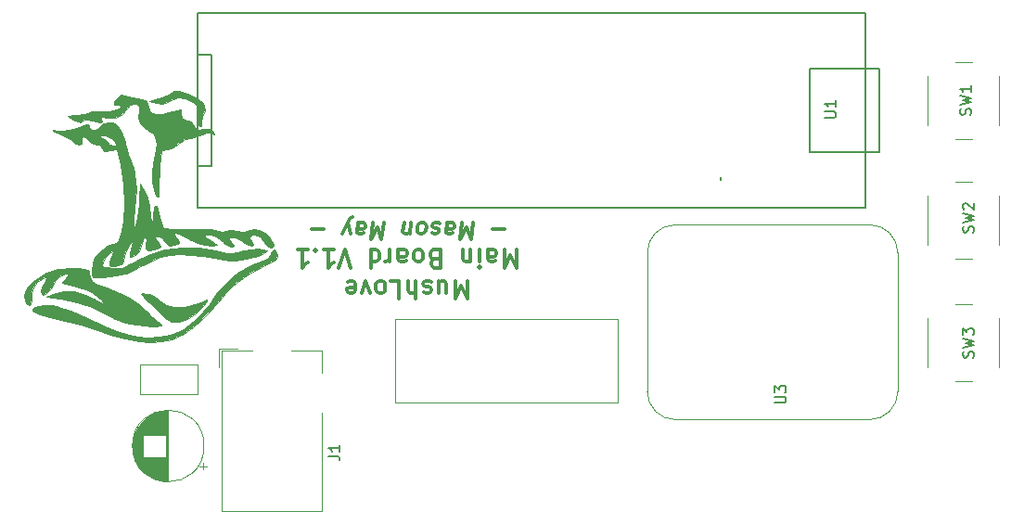
<source format=gbr>
%TF.GenerationSoftware,KiCad,Pcbnew,(5.1.6)-1*%
%TF.CreationDate,2020-11-29T15:45:25-05:00*%
%TF.ProjectId,MainMush,4d61696e-4d75-4736-982e-6b696361645f,rev?*%
%TF.SameCoordinates,Original*%
%TF.FileFunction,Legend,Top*%
%TF.FilePolarity,Positive*%
%FSLAX46Y46*%
G04 Gerber Fmt 4.6, Leading zero omitted, Abs format (unit mm)*
G04 Created by KiCad (PCBNEW (5.1.6)-1) date 2020-11-29 15:45:25*
%MOMM*%
%LPD*%
G01*
G04 APERTURE LIST*
%ADD10C,0.330000*%
%ADD11C,0.360000*%
%ADD12C,0.010000*%
%ADD13C,0.150000*%
%ADD14C,0.120000*%
G04 APERTURE END LIST*
D10*
X136988008Y-108604857D02*
X135845151Y-108604857D01*
X134059437Y-108033428D02*
X133871937Y-109533428D01*
X133505866Y-108462000D01*
X132871937Y-109533428D01*
X133059437Y-108033428D01*
X131702294Y-108033428D02*
X131604080Y-108819142D01*
X131657651Y-108962000D01*
X131791580Y-109033428D01*
X132077294Y-109033428D01*
X132229080Y-108962000D01*
X131693366Y-108104857D02*
X131845151Y-108033428D01*
X132202294Y-108033428D01*
X132336223Y-108104857D01*
X132389794Y-108247714D01*
X132371937Y-108390571D01*
X132282651Y-108533428D01*
X132130866Y-108604857D01*
X131773723Y-108604857D01*
X131621937Y-108676285D01*
X131050508Y-108104857D02*
X130916580Y-108033428D01*
X130630866Y-108033428D01*
X130479080Y-108104857D01*
X130389794Y-108247714D01*
X130380866Y-108319142D01*
X130434437Y-108462000D01*
X130568366Y-108533428D01*
X130782651Y-108533428D01*
X130916580Y-108604857D01*
X130970151Y-108747714D01*
X130961223Y-108819142D01*
X130871937Y-108962000D01*
X130720151Y-109033428D01*
X130505866Y-109033428D01*
X130371937Y-108962000D01*
X129559437Y-108033428D02*
X129693366Y-108104857D01*
X129755866Y-108176285D01*
X129809437Y-108319142D01*
X129755866Y-108747714D01*
X129666580Y-108890571D01*
X129586223Y-108962000D01*
X129434437Y-109033428D01*
X129220151Y-109033428D01*
X129086223Y-108962000D01*
X129023723Y-108890571D01*
X128970151Y-108747714D01*
X129023723Y-108319142D01*
X129113008Y-108176285D01*
X129193366Y-108104857D01*
X129345151Y-108033428D01*
X129559437Y-108033428D01*
X128291580Y-109033428D02*
X128416580Y-108033428D01*
X128309437Y-108890571D02*
X128229080Y-108962000D01*
X128077294Y-109033428D01*
X127863008Y-109033428D01*
X127729080Y-108962000D01*
X127675508Y-108819142D01*
X127773723Y-108033428D01*
X125916580Y-108033428D02*
X125729080Y-109533428D01*
X125363008Y-108462000D01*
X124729080Y-109533428D01*
X124916580Y-108033428D01*
X123559437Y-108033428D02*
X123461223Y-108819142D01*
X123514794Y-108962000D01*
X123648723Y-109033428D01*
X123934437Y-109033428D01*
X124086223Y-108962000D01*
X123550508Y-108104857D02*
X123702294Y-108033428D01*
X124059437Y-108033428D01*
X124193366Y-108104857D01*
X124246937Y-108247714D01*
X124229080Y-108390571D01*
X124139794Y-108533428D01*
X123988008Y-108604857D01*
X123630866Y-108604857D01*
X123479080Y-108676285D01*
X122863008Y-109033428D02*
X122630866Y-108033428D01*
X122148723Y-109033428D02*
X122630866Y-108033428D01*
X122818366Y-107676285D01*
X122898723Y-107604857D01*
X123050508Y-107533428D01*
X120488008Y-108604857D02*
X119345151Y-108604857D01*
D11*
X133540214Y-113320071D02*
X133540214Y-114970071D01*
X132990214Y-113791500D01*
X132440214Y-114970071D01*
X132440214Y-113320071D01*
X130947357Y-114420071D02*
X130947357Y-113320071D01*
X131654500Y-114420071D02*
X131654500Y-113555785D01*
X131575928Y-113398642D01*
X131418785Y-113320071D01*
X131183071Y-113320071D01*
X131025928Y-113398642D01*
X130947357Y-113477214D01*
X130240214Y-113398642D02*
X130083071Y-113320071D01*
X129768785Y-113320071D01*
X129611642Y-113398642D01*
X129533071Y-113555785D01*
X129533071Y-113634357D01*
X129611642Y-113791500D01*
X129768785Y-113870071D01*
X130004500Y-113870071D01*
X130161642Y-113948642D01*
X130240214Y-114105785D01*
X130240214Y-114184357D01*
X130161642Y-114341500D01*
X130004500Y-114420071D01*
X129768785Y-114420071D01*
X129611642Y-114341500D01*
X128825928Y-113320071D02*
X128825928Y-114970071D01*
X128118785Y-113320071D02*
X128118785Y-114184357D01*
X128197357Y-114341500D01*
X128354500Y-114420071D01*
X128590214Y-114420071D01*
X128747357Y-114341500D01*
X128825928Y-114262928D01*
X126547357Y-113320071D02*
X127333071Y-113320071D01*
X127333071Y-114970071D01*
X125761642Y-113320071D02*
X125918785Y-113398642D01*
X125997357Y-113477214D01*
X126075928Y-113634357D01*
X126075928Y-114105785D01*
X125997357Y-114262928D01*
X125918785Y-114341500D01*
X125761642Y-114420071D01*
X125525928Y-114420071D01*
X125368785Y-114341500D01*
X125290214Y-114262928D01*
X125211642Y-114105785D01*
X125211642Y-113634357D01*
X125290214Y-113477214D01*
X125368785Y-113398642D01*
X125525928Y-113320071D01*
X125761642Y-113320071D01*
X124661642Y-114420071D02*
X124268785Y-113320071D01*
X123875928Y-114420071D01*
X122618785Y-113398642D02*
X122775928Y-113320071D01*
X123090214Y-113320071D01*
X123247357Y-113398642D01*
X123325928Y-113555785D01*
X123325928Y-114184357D01*
X123247357Y-114341500D01*
X123090214Y-114420071D01*
X122775928Y-114420071D01*
X122618785Y-114341500D01*
X122540214Y-114184357D01*
X122540214Y-114027214D01*
X123325928Y-113870071D01*
X138018785Y-110485071D02*
X138018785Y-112135071D01*
X137468785Y-110956500D01*
X136918785Y-112135071D01*
X136918785Y-110485071D01*
X135425928Y-110485071D02*
X135425928Y-111349357D01*
X135504500Y-111506500D01*
X135661642Y-111585071D01*
X135975928Y-111585071D01*
X136133071Y-111506500D01*
X135425928Y-110563642D02*
X135583071Y-110485071D01*
X135975928Y-110485071D01*
X136133071Y-110563642D01*
X136211642Y-110720785D01*
X136211642Y-110877928D01*
X136133071Y-111035071D01*
X135975928Y-111113642D01*
X135583071Y-111113642D01*
X135425928Y-111192214D01*
X134640214Y-110485071D02*
X134640214Y-111585071D01*
X134640214Y-112135071D02*
X134718785Y-112056500D01*
X134640214Y-111977928D01*
X134561642Y-112056500D01*
X134640214Y-112135071D01*
X134640214Y-111977928D01*
X133854500Y-111585071D02*
X133854500Y-110485071D01*
X133854500Y-111427928D02*
X133775928Y-111506500D01*
X133618785Y-111585071D01*
X133383071Y-111585071D01*
X133225928Y-111506500D01*
X133147357Y-111349357D01*
X133147357Y-110485071D01*
X130554500Y-111349357D02*
X130318785Y-111270785D01*
X130240214Y-111192214D01*
X130161642Y-111035071D01*
X130161642Y-110799357D01*
X130240214Y-110642214D01*
X130318785Y-110563642D01*
X130475928Y-110485071D01*
X131104500Y-110485071D01*
X131104500Y-112135071D01*
X130554500Y-112135071D01*
X130397357Y-112056500D01*
X130318785Y-111977928D01*
X130240214Y-111820785D01*
X130240214Y-111663642D01*
X130318785Y-111506500D01*
X130397357Y-111427928D01*
X130554500Y-111349357D01*
X131104500Y-111349357D01*
X129218785Y-110485071D02*
X129375928Y-110563642D01*
X129454500Y-110642214D01*
X129533071Y-110799357D01*
X129533071Y-111270785D01*
X129454500Y-111427928D01*
X129375928Y-111506500D01*
X129218785Y-111585071D01*
X128983071Y-111585071D01*
X128825928Y-111506500D01*
X128747357Y-111427928D01*
X128668785Y-111270785D01*
X128668785Y-110799357D01*
X128747357Y-110642214D01*
X128825928Y-110563642D01*
X128983071Y-110485071D01*
X129218785Y-110485071D01*
X127254500Y-110485071D02*
X127254500Y-111349357D01*
X127333071Y-111506500D01*
X127490214Y-111585071D01*
X127804500Y-111585071D01*
X127961642Y-111506500D01*
X127254500Y-110563642D02*
X127411642Y-110485071D01*
X127804500Y-110485071D01*
X127961642Y-110563642D01*
X128040214Y-110720785D01*
X128040214Y-110877928D01*
X127961642Y-111035071D01*
X127804500Y-111113642D01*
X127411642Y-111113642D01*
X127254500Y-111192214D01*
X126468785Y-110485071D02*
X126468785Y-111585071D01*
X126468785Y-111270785D02*
X126390214Y-111427928D01*
X126311642Y-111506500D01*
X126154500Y-111585071D01*
X125997357Y-111585071D01*
X124740214Y-110485071D02*
X124740214Y-112135071D01*
X124740214Y-110563642D02*
X124897357Y-110485071D01*
X125211642Y-110485071D01*
X125368785Y-110563642D01*
X125447357Y-110642214D01*
X125525928Y-110799357D01*
X125525928Y-111270785D01*
X125447357Y-111427928D01*
X125368785Y-111506500D01*
X125211642Y-111585071D01*
X124897357Y-111585071D01*
X124740214Y-111506500D01*
X122933071Y-112135071D02*
X122383071Y-110485071D01*
X121833071Y-112135071D01*
X120418785Y-110485071D02*
X121361642Y-110485071D01*
X120890214Y-110485071D02*
X120890214Y-112135071D01*
X121047357Y-111899357D01*
X121204500Y-111742214D01*
X121361642Y-111663642D01*
X119711642Y-110642214D02*
X119633071Y-110563642D01*
X119711642Y-110485071D01*
X119790214Y-110563642D01*
X119711642Y-110642214D01*
X119711642Y-110485071D01*
X118061642Y-110485071D02*
X119004500Y-110485071D01*
X118533071Y-110485071D02*
X118533071Y-112135071D01*
X118690214Y-111899357D01*
X118847357Y-111742214D01*
X119004500Y-111663642D01*
D12*
%TO.C,G\u002A\u002A\u002A*%
G36*
X105238463Y-105633163D02*
G01*
X105067318Y-105341378D01*
X105044340Y-105288842D01*
X104803909Y-104384177D01*
X104773318Y-103302578D01*
X104937599Y-102141889D01*
X105092576Y-101375071D01*
X105170231Y-100829630D01*
X105159188Y-100444249D01*
X105048072Y-100157608D01*
X104825507Y-99908390D01*
X104480114Y-99635277D01*
X104471345Y-99628755D01*
X103939180Y-99188521D01*
X103633967Y-98799538D01*
X103518738Y-98392162D01*
X103555397Y-97903047D01*
X103607645Y-97457391D01*
X103534256Y-97225838D01*
X103298826Y-97146262D01*
X103110604Y-97144003D01*
X102781340Y-97248969D01*
X102489622Y-97578600D01*
X102449571Y-97642615D01*
X101985767Y-98150738D01*
X101372220Y-98417523D01*
X100637438Y-98430747D01*
X100618415Y-98427826D01*
X100240747Y-98375411D01*
X100089617Y-98392540D01*
X100105477Y-98499572D01*
X100153669Y-98586704D01*
X100203984Y-98811214D01*
X100022558Y-98887423D01*
X99628809Y-98812583D01*
X99323981Y-98704137D01*
X98852580Y-98576023D01*
X98583517Y-98643017D01*
X98336660Y-98816140D01*
X98250379Y-98848543D01*
X98049353Y-98814769D01*
X97734174Y-98692713D01*
X97402317Y-98530000D01*
X97151254Y-98374254D01*
X97076913Y-98275198D01*
X97232109Y-98235664D01*
X97591204Y-98200046D01*
X97954124Y-98181056D01*
X98555340Y-98123747D01*
X98936929Y-98008087D01*
X98999121Y-97965122D01*
X99350238Y-97838687D01*
X99810611Y-97852054D01*
X100271867Y-97864195D01*
X100802841Y-97814842D01*
X101317966Y-97720487D01*
X101731677Y-97597629D01*
X101958407Y-97462761D01*
X101974073Y-97434987D01*
X101892565Y-97317312D01*
X101648504Y-97268048D01*
X101352105Y-97230892D01*
X101280191Y-97109799D01*
X101425644Y-96856117D01*
X101562849Y-96682402D01*
X101881910Y-96292610D01*
X102904878Y-96570026D01*
X103430342Y-96701273D01*
X103855911Y-96787055D01*
X104095874Y-96810316D01*
X104105120Y-96808831D01*
X104260014Y-96912792D01*
X104392060Y-97267041D01*
X104403184Y-97315068D01*
X104555273Y-97765374D01*
X104798947Y-98030802D01*
X105179646Y-98126492D01*
X105742810Y-98067584D01*
X106278907Y-97940062D01*
X107375444Y-97645510D01*
X107442167Y-98121080D01*
X107528717Y-98457818D01*
X107725331Y-98606174D01*
X107968435Y-98650787D01*
X108344484Y-98772010D01*
X108497159Y-99016977D01*
X108681067Y-99376549D01*
X109038043Y-99520482D01*
X109515304Y-99475450D01*
X109958966Y-99438146D01*
X110238039Y-99578573D01*
X110256240Y-99598749D01*
X110456316Y-99872015D01*
X110437162Y-99964407D01*
X110200816Y-99869065D01*
X110179378Y-99856999D01*
X109922362Y-99753261D01*
X109669634Y-99796055D01*
X109366562Y-99957070D01*
X108887963Y-100162735D01*
X108350533Y-100288573D01*
X108282411Y-100295821D01*
X107754318Y-100408816D01*
X107330186Y-100690648D01*
X107265364Y-100751824D01*
X106725025Y-101119912D01*
X106241165Y-101291533D01*
X105633082Y-101426342D01*
X105494557Y-102807443D01*
X105437536Y-103506819D01*
X105404470Y-104185757D01*
X105400072Y-104732237D01*
X105407139Y-104885209D01*
X105416740Y-105395770D01*
X105357726Y-105648191D01*
X105238463Y-105633163D01*
G37*
X105238463Y-105633163D02*
X105067318Y-105341378D01*
X105044340Y-105288842D01*
X104803909Y-104384177D01*
X104773318Y-103302578D01*
X104937599Y-102141889D01*
X105092576Y-101375071D01*
X105170231Y-100829630D01*
X105159188Y-100444249D01*
X105048072Y-100157608D01*
X104825507Y-99908390D01*
X104480114Y-99635277D01*
X104471345Y-99628755D01*
X103939180Y-99188521D01*
X103633967Y-98799538D01*
X103518738Y-98392162D01*
X103555397Y-97903047D01*
X103607645Y-97457391D01*
X103534256Y-97225838D01*
X103298826Y-97146262D01*
X103110604Y-97144003D01*
X102781340Y-97248969D01*
X102489622Y-97578600D01*
X102449571Y-97642615D01*
X101985767Y-98150738D01*
X101372220Y-98417523D01*
X100637438Y-98430747D01*
X100618415Y-98427826D01*
X100240747Y-98375411D01*
X100089617Y-98392540D01*
X100105477Y-98499572D01*
X100153669Y-98586704D01*
X100203984Y-98811214D01*
X100022558Y-98887423D01*
X99628809Y-98812583D01*
X99323981Y-98704137D01*
X98852580Y-98576023D01*
X98583517Y-98643017D01*
X98336660Y-98816140D01*
X98250379Y-98848543D01*
X98049353Y-98814769D01*
X97734174Y-98692713D01*
X97402317Y-98530000D01*
X97151254Y-98374254D01*
X97076913Y-98275198D01*
X97232109Y-98235664D01*
X97591204Y-98200046D01*
X97954124Y-98181056D01*
X98555340Y-98123747D01*
X98936929Y-98008087D01*
X98999121Y-97965122D01*
X99350238Y-97838687D01*
X99810611Y-97852054D01*
X100271867Y-97864195D01*
X100802841Y-97814842D01*
X101317966Y-97720487D01*
X101731677Y-97597629D01*
X101958407Y-97462761D01*
X101974073Y-97434987D01*
X101892565Y-97317312D01*
X101648504Y-97268048D01*
X101352105Y-97230892D01*
X101280191Y-97109799D01*
X101425644Y-96856117D01*
X101562849Y-96682402D01*
X101881910Y-96292610D01*
X102904878Y-96570026D01*
X103430342Y-96701273D01*
X103855911Y-96787055D01*
X104095874Y-96810316D01*
X104105120Y-96808831D01*
X104260014Y-96912792D01*
X104392060Y-97267041D01*
X104403184Y-97315068D01*
X104555273Y-97765374D01*
X104798947Y-98030802D01*
X105179646Y-98126492D01*
X105742810Y-98067584D01*
X106278907Y-97940062D01*
X107375444Y-97645510D01*
X107442167Y-98121080D01*
X107528717Y-98457818D01*
X107725331Y-98606174D01*
X107968435Y-98650787D01*
X108344484Y-98772010D01*
X108497159Y-99016977D01*
X108681067Y-99376549D01*
X109038043Y-99520482D01*
X109515304Y-99475450D01*
X109958966Y-99438146D01*
X110238039Y-99578573D01*
X110256240Y-99598749D01*
X110456316Y-99872015D01*
X110437162Y-99964407D01*
X110200816Y-99869065D01*
X110179378Y-99856999D01*
X109922362Y-99753261D01*
X109669634Y-99796055D01*
X109366562Y-99957070D01*
X108887963Y-100162735D01*
X108350533Y-100288573D01*
X108282411Y-100295821D01*
X107754318Y-100408816D01*
X107330186Y-100690648D01*
X107265364Y-100751824D01*
X106725025Y-101119912D01*
X106241165Y-101291533D01*
X105633082Y-101426342D01*
X105494557Y-102807443D01*
X105437536Y-103506819D01*
X105404470Y-104185757D01*
X105400072Y-104732237D01*
X105407139Y-104885209D01*
X105416740Y-105395770D01*
X105357726Y-105648191D01*
X105238463Y-105633163D01*
G36*
X109129760Y-99178266D02*
G01*
X109036504Y-99120940D01*
X108869795Y-98977899D01*
X108822618Y-98774902D01*
X108870795Y-98402903D01*
X108873708Y-98386614D01*
X108930792Y-97788396D01*
X108826089Y-97365532D01*
X108529949Y-97034911D01*
X108345611Y-96906273D01*
X107746661Y-96636200D01*
X107144031Y-96615818D01*
X106468258Y-96844420D01*
X106383265Y-96886361D01*
X105943611Y-97081275D01*
X105592706Y-97139665D01*
X105177412Y-97085500D01*
X105148897Y-97079572D01*
X104545877Y-96952826D01*
X105376171Y-96674484D01*
X105888447Y-96482093D01*
X106332360Y-96280049D01*
X106538728Y-96160505D01*
X106837668Y-96014732D01*
X107204401Y-96003951D01*
X107492040Y-96052564D01*
X107977857Y-96204889D01*
X108540682Y-96454727D01*
X108850141Y-96624344D01*
X109331768Y-96973108D01*
X109563159Y-97328340D01*
X109567061Y-97763873D01*
X109375847Y-98330914D01*
X109259916Y-98717596D01*
X109243234Y-99029203D01*
X109244023Y-99032898D01*
X109258868Y-99211009D01*
X109129760Y-99178266D01*
G37*
X109129760Y-99178266D02*
X109036504Y-99120940D01*
X108869795Y-98977899D01*
X108822618Y-98774902D01*
X108870795Y-98402903D01*
X108873708Y-98386614D01*
X108930792Y-97788396D01*
X108826089Y-97365532D01*
X108529949Y-97034911D01*
X108345611Y-96906273D01*
X107746661Y-96636200D01*
X107144031Y-96615818D01*
X106468258Y-96844420D01*
X106383265Y-96886361D01*
X105943611Y-97081275D01*
X105592706Y-97139665D01*
X105177412Y-97085500D01*
X105148897Y-97079572D01*
X104545877Y-96952826D01*
X105376171Y-96674484D01*
X105888447Y-96482093D01*
X106332360Y-96280049D01*
X106538728Y-96160505D01*
X106837668Y-96014732D01*
X107204401Y-96003951D01*
X107492040Y-96052564D01*
X107977857Y-96204889D01*
X108540682Y-96454727D01*
X108850141Y-96624344D01*
X109331768Y-96973108D01*
X109563159Y-97328340D01*
X109567061Y-97763873D01*
X109375847Y-98330914D01*
X109259916Y-98717596D01*
X109243234Y-99029203D01*
X109244023Y-99032898D01*
X109258868Y-99211009D01*
X109129760Y-99178266D01*
G36*
X112849429Y-111428184D02*
G01*
X112372755Y-111488104D01*
X111909892Y-111480534D01*
X111350500Y-111406178D01*
X110852258Y-111316621D01*
X109457845Y-111078324D01*
X108285312Y-110939023D01*
X107282054Y-110903239D01*
X106395468Y-110975494D01*
X105572952Y-111160312D01*
X104761900Y-111462213D01*
X103909710Y-111885722D01*
X103849711Y-111918630D01*
X103283797Y-112222028D01*
X102777739Y-112478099D01*
X102410045Y-112647732D01*
X102310081Y-112685624D01*
X101946257Y-112772449D01*
X101436047Y-112859516D01*
X100854748Y-112938420D01*
X100277661Y-113000763D01*
X99780085Y-113038142D01*
X99437320Y-113042156D01*
X99327326Y-113018414D01*
X99248969Y-112770986D01*
X99253245Y-112350416D01*
X99328179Y-111857994D01*
X99461793Y-111395012D01*
X99540078Y-111219024D01*
X99843337Y-110809705D01*
X100276625Y-110421824D01*
X100748785Y-110121625D01*
X101168660Y-109975351D01*
X101257885Y-109970702D01*
X101519192Y-109887108D01*
X101736979Y-109597980D01*
X101922255Y-109078171D01*
X102086025Y-108302531D01*
X102142943Y-107948514D01*
X102270610Y-106300948D01*
X102183549Y-104534730D01*
X101887497Y-102732358D01*
X101566900Y-101286240D01*
X100967376Y-101431982D01*
X100583699Y-101507272D01*
X100381787Y-101466486D01*
X100265976Y-101278993D01*
X100236624Y-101197983D01*
X100080126Y-100925230D01*
X99828746Y-100881689D01*
X99761855Y-100894403D01*
X99395964Y-100849220D01*
X98988618Y-100547332D01*
X98647906Y-100243669D01*
X98456579Y-100167421D01*
X98386960Y-100315972D01*
X98390384Y-100490765D01*
X98319435Y-100809548D01*
X98101618Y-100930163D01*
X97823534Y-100826939D01*
X97698237Y-100695914D01*
X97435543Y-100469903D01*
X97001102Y-100211925D01*
X96579667Y-100016597D01*
X96131839Y-99829064D01*
X95813161Y-99684029D01*
X95695820Y-99615442D01*
X95701116Y-99577623D01*
X95802916Y-99579684D01*
X96092387Y-99624849D01*
X96128256Y-99630728D01*
X96604238Y-99631790D01*
X97242407Y-99529720D01*
X97941957Y-99344258D01*
X98376842Y-99190318D01*
X98741457Y-99062345D01*
X98932590Y-99067774D01*
X99040660Y-99219097D01*
X99066978Y-99285651D01*
X99278382Y-99546667D01*
X99589516Y-99563151D01*
X99949050Y-99338454D01*
X100062006Y-99220696D01*
X100406957Y-98935528D01*
X100842517Y-98844083D01*
X100889105Y-98842855D01*
X101249401Y-98891396D01*
X101549936Y-99074343D01*
X101815433Y-99427346D01*
X102070613Y-99986054D01*
X102302253Y-100673502D01*
X101464569Y-100859212D01*
X101366036Y-100615611D01*
X101096611Y-100316686D01*
X101031553Y-100261300D01*
X100590064Y-100039295D01*
X100279589Y-100036290D01*
X99904088Y-100119537D01*
X100267926Y-100270307D01*
X100561560Y-100473114D01*
X100689451Y-100681285D01*
X100873373Y-100921815D01*
X101220110Y-101003641D01*
X101363673Y-100985289D01*
X101464569Y-100859212D01*
X102302253Y-100673502D01*
X102340199Y-100786114D01*
X102418830Y-101048701D01*
X102621782Y-101717860D01*
X102819573Y-102333331D01*
X102984025Y-102809116D01*
X103057216Y-102997006D01*
X103185691Y-103477659D01*
X103268168Y-104167380D01*
X103302007Y-104988208D01*
X103284568Y-105862186D01*
X103213210Y-106711351D01*
X103189157Y-106893102D01*
X103124160Y-107453163D01*
X103095010Y-107932629D01*
X103107771Y-108230190D01*
X103108868Y-108235265D01*
X103182653Y-108373835D01*
X103272746Y-108269272D01*
X103369315Y-107967552D01*
X103462527Y-107514646D01*
X103542547Y-106956530D01*
X103599545Y-106339178D01*
X103621894Y-105836661D01*
X103651230Y-104417822D01*
X103974771Y-104866429D01*
X104296673Y-105501724D01*
X104518681Y-106382990D01*
X104636172Y-107395803D01*
X104687977Y-107871373D01*
X104748014Y-108064073D01*
X104805502Y-107980692D01*
X104849664Y-107628022D01*
X104866277Y-107250848D01*
X104915968Y-106778225D01*
X105027683Y-106513328D01*
X105084535Y-106478736D01*
X105204051Y-106516068D01*
X105307537Y-106719550D01*
X105414219Y-107137328D01*
X105479892Y-107468810D01*
X105588005Y-108006152D01*
X105682364Y-108321391D01*
X105795623Y-108478977D01*
X105960437Y-108543361D01*
X106030193Y-108554921D01*
X106436800Y-108590189D01*
X107042155Y-108615240D01*
X107754868Y-108629062D01*
X108483550Y-108630641D01*
X109136807Y-108618968D01*
X109606481Y-108594497D01*
X110117057Y-108601115D01*
X110578969Y-108687446D01*
X110700566Y-108734127D01*
X111195724Y-108841656D01*
X111498435Y-108765274D01*
X111995388Y-108684367D01*
X112473606Y-108755003D01*
X113149648Y-108821438D01*
X113652853Y-108709502D01*
X114127510Y-108597176D01*
X114516901Y-108651249D01*
X114706011Y-108730933D01*
X115084058Y-108975084D01*
X115447739Y-109308517D01*
X115739033Y-109662793D01*
X115899918Y-109969472D01*
X115895844Y-110134394D01*
X115681455Y-110251622D01*
X115390267Y-110170861D01*
X115111374Y-109932335D01*
X114983569Y-109722539D01*
X114716621Y-109372019D01*
X114394902Y-109162417D01*
X114031868Y-109095698D01*
X113758093Y-109162892D01*
X113648225Y-109330327D01*
X113699473Y-109476109D01*
X113907356Y-109778191D01*
X113965016Y-109861987D01*
X113995462Y-110037485D01*
X113832990Y-110108160D01*
X113559523Y-110062627D01*
X113336635Y-109949305D01*
X112974338Y-109689688D01*
X112716404Y-109492139D01*
X112352527Y-109330418D01*
X112042980Y-109321758D01*
X111811184Y-109389002D01*
X111785631Y-109497058D01*
X111957986Y-109730007D01*
X111997773Y-109777780D01*
X112196714Y-110034796D01*
X112208673Y-110153882D01*
X112038867Y-110214654D01*
X112026583Y-110217394D01*
X111718268Y-110150920D01*
X111329487Y-109863484D01*
X111268230Y-109803620D01*
X110651209Y-109302223D01*
X110076832Y-109086338D01*
X109697007Y-109104852D01*
X109518150Y-109161666D01*
X109502939Y-109237713D01*
X109682136Y-109371301D01*
X110086505Y-109600739D01*
X110102090Y-109609313D01*
X110476797Y-109832673D01*
X110694256Y-109997295D01*
X110712661Y-110062281D01*
X110211875Y-110088382D01*
X109576474Y-110007036D01*
X108930421Y-109842722D01*
X108397678Y-109619910D01*
X108359201Y-109597631D01*
X107708893Y-109235846D01*
X107219528Y-109019157D01*
X106910093Y-108950457D01*
X106799584Y-109032631D01*
X106906993Y-109268570D01*
X107002249Y-109391210D01*
X107247452Y-109704546D01*
X107280180Y-109872941D01*
X107075739Y-109972826D01*
X106792713Y-110039713D01*
X106410340Y-110094189D01*
X106180773Y-110010132D01*
X106003589Y-109780176D01*
X105722113Y-109470744D01*
X105424280Y-109301893D01*
X105115554Y-109267835D01*
X105007263Y-109362538D01*
X105139774Y-109547734D01*
X105350451Y-109796635D01*
X105469965Y-109998459D01*
X105535889Y-110182827D01*
X105464119Y-110297687D01*
X105197870Y-110390212D01*
X104920753Y-110454717D01*
X104546037Y-110532065D01*
X104329275Y-110522359D01*
X104231734Y-110373306D01*
X104214682Y-110032607D01*
X104235639Y-109529704D01*
X104202431Y-109331004D01*
X104097138Y-109354490D01*
X103956608Y-109553280D01*
X103817690Y-109880490D01*
X103741723Y-110158116D01*
X103572689Y-110657552D01*
X103300319Y-110954443D01*
X103209124Y-111007199D01*
X102914014Y-111137634D01*
X102753739Y-111169726D01*
X102753207Y-111169403D01*
X102742131Y-111017421D01*
X102788201Y-110682816D01*
X102818692Y-110527967D01*
X102905558Y-110116117D01*
X102967137Y-109820302D01*
X102977221Y-109770586D01*
X102926276Y-109771761D01*
X102761362Y-109965039D01*
X102694723Y-110056215D01*
X102447885Y-110517759D01*
X102284066Y-111024058D01*
X102281037Y-111039928D01*
X102157007Y-111509565D01*
X101954170Y-111776922D01*
X101593702Y-111930006D01*
X101452838Y-111964593D01*
X101053860Y-112002336D01*
X100871341Y-111872702D01*
X100897074Y-111558261D01*
X101068586Y-111148725D01*
X101261341Y-110733463D01*
X101299705Y-110553369D01*
X101172069Y-110590869D01*
X100866824Y-110828388D01*
X100860487Y-110833673D01*
X100571779Y-111148282D01*
X100336293Y-111527268D01*
X100216921Y-111860271D01*
X100217119Y-111962592D01*
X100363244Y-112038026D01*
X100703898Y-112104886D01*
X101143328Y-112153283D01*
X101585779Y-112173325D01*
X101935499Y-112155124D01*
X101988163Y-112145524D01*
X102263678Y-112040249D01*
X102702433Y-111825861D01*
X103219794Y-111544318D01*
X103337234Y-111476673D01*
X104594555Y-110895319D01*
X106010038Y-110502142D01*
X107513451Y-110306152D01*
X109034559Y-110316359D01*
X110503126Y-110541775D01*
X110545384Y-110551895D01*
X111186001Y-110697206D01*
X111665103Y-110765744D01*
X112100689Y-110759073D01*
X112610761Y-110678757D01*
X113050300Y-110585108D01*
X113850020Y-110436322D01*
X114434020Y-110397179D01*
X114788446Y-110444118D01*
X115290458Y-110577170D01*
X114971263Y-110799113D01*
X114683407Y-110934795D01*
X114201908Y-111098342D01*
X113617600Y-111259834D01*
X113450259Y-111300072D01*
X112849429Y-111428184D01*
G37*
X112849429Y-111428184D02*
X112372755Y-111488104D01*
X111909892Y-111480534D01*
X111350500Y-111406178D01*
X110852258Y-111316621D01*
X109457845Y-111078324D01*
X108285312Y-110939023D01*
X107282054Y-110903239D01*
X106395468Y-110975494D01*
X105572952Y-111160312D01*
X104761900Y-111462213D01*
X103909710Y-111885722D01*
X103849711Y-111918630D01*
X103283797Y-112222028D01*
X102777739Y-112478099D01*
X102410045Y-112647732D01*
X102310081Y-112685624D01*
X101946257Y-112772449D01*
X101436047Y-112859516D01*
X100854748Y-112938420D01*
X100277661Y-113000763D01*
X99780085Y-113038142D01*
X99437320Y-113042156D01*
X99327326Y-113018414D01*
X99248969Y-112770986D01*
X99253245Y-112350416D01*
X99328179Y-111857994D01*
X99461793Y-111395012D01*
X99540078Y-111219024D01*
X99843337Y-110809705D01*
X100276625Y-110421824D01*
X100748785Y-110121625D01*
X101168660Y-109975351D01*
X101257885Y-109970702D01*
X101519192Y-109887108D01*
X101736979Y-109597980D01*
X101922255Y-109078171D01*
X102086025Y-108302531D01*
X102142943Y-107948514D01*
X102270610Y-106300948D01*
X102183549Y-104534730D01*
X101887497Y-102732358D01*
X101566900Y-101286240D01*
X100967376Y-101431982D01*
X100583699Y-101507272D01*
X100381787Y-101466486D01*
X100265976Y-101278993D01*
X100236624Y-101197983D01*
X100080126Y-100925230D01*
X99828746Y-100881689D01*
X99761855Y-100894403D01*
X99395964Y-100849220D01*
X98988618Y-100547332D01*
X98647906Y-100243669D01*
X98456579Y-100167421D01*
X98386960Y-100315972D01*
X98390384Y-100490765D01*
X98319435Y-100809548D01*
X98101618Y-100930163D01*
X97823534Y-100826939D01*
X97698237Y-100695914D01*
X97435543Y-100469903D01*
X97001102Y-100211925D01*
X96579667Y-100016597D01*
X96131839Y-99829064D01*
X95813161Y-99684029D01*
X95695820Y-99615442D01*
X95701116Y-99577623D01*
X95802916Y-99579684D01*
X96092387Y-99624849D01*
X96128256Y-99630728D01*
X96604238Y-99631790D01*
X97242407Y-99529720D01*
X97941957Y-99344258D01*
X98376842Y-99190318D01*
X98741457Y-99062345D01*
X98932590Y-99067774D01*
X99040660Y-99219097D01*
X99066978Y-99285651D01*
X99278382Y-99546667D01*
X99589516Y-99563151D01*
X99949050Y-99338454D01*
X100062006Y-99220696D01*
X100406957Y-98935528D01*
X100842517Y-98844083D01*
X100889105Y-98842855D01*
X101249401Y-98891396D01*
X101549936Y-99074343D01*
X101815433Y-99427346D01*
X102070613Y-99986054D01*
X102302253Y-100673502D01*
X101464569Y-100859212D01*
X101366036Y-100615611D01*
X101096611Y-100316686D01*
X101031553Y-100261300D01*
X100590064Y-100039295D01*
X100279589Y-100036290D01*
X99904088Y-100119537D01*
X100267926Y-100270307D01*
X100561560Y-100473114D01*
X100689451Y-100681285D01*
X100873373Y-100921815D01*
X101220110Y-101003641D01*
X101363673Y-100985289D01*
X101464569Y-100859212D01*
X102302253Y-100673502D01*
X102340199Y-100786114D01*
X102418830Y-101048701D01*
X102621782Y-101717860D01*
X102819573Y-102333331D01*
X102984025Y-102809116D01*
X103057216Y-102997006D01*
X103185691Y-103477659D01*
X103268168Y-104167380D01*
X103302007Y-104988208D01*
X103284568Y-105862186D01*
X103213210Y-106711351D01*
X103189157Y-106893102D01*
X103124160Y-107453163D01*
X103095010Y-107932629D01*
X103107771Y-108230190D01*
X103108868Y-108235265D01*
X103182653Y-108373835D01*
X103272746Y-108269272D01*
X103369315Y-107967552D01*
X103462527Y-107514646D01*
X103542547Y-106956530D01*
X103599545Y-106339178D01*
X103621894Y-105836661D01*
X103651230Y-104417822D01*
X103974771Y-104866429D01*
X104296673Y-105501724D01*
X104518681Y-106382990D01*
X104636172Y-107395803D01*
X104687977Y-107871373D01*
X104748014Y-108064073D01*
X104805502Y-107980692D01*
X104849664Y-107628022D01*
X104866277Y-107250848D01*
X104915968Y-106778225D01*
X105027683Y-106513328D01*
X105084535Y-106478736D01*
X105204051Y-106516068D01*
X105307537Y-106719550D01*
X105414219Y-107137328D01*
X105479892Y-107468810D01*
X105588005Y-108006152D01*
X105682364Y-108321391D01*
X105795623Y-108478977D01*
X105960437Y-108543361D01*
X106030193Y-108554921D01*
X106436800Y-108590189D01*
X107042155Y-108615240D01*
X107754868Y-108629062D01*
X108483550Y-108630641D01*
X109136807Y-108618968D01*
X109606481Y-108594497D01*
X110117057Y-108601115D01*
X110578969Y-108687446D01*
X110700566Y-108734127D01*
X111195724Y-108841656D01*
X111498435Y-108765274D01*
X111995388Y-108684367D01*
X112473606Y-108755003D01*
X113149648Y-108821438D01*
X113652853Y-108709502D01*
X114127510Y-108597176D01*
X114516901Y-108651249D01*
X114706011Y-108730933D01*
X115084058Y-108975084D01*
X115447739Y-109308517D01*
X115739033Y-109662793D01*
X115899918Y-109969472D01*
X115895844Y-110134394D01*
X115681455Y-110251622D01*
X115390267Y-110170861D01*
X115111374Y-109932335D01*
X114983569Y-109722539D01*
X114716621Y-109372019D01*
X114394902Y-109162417D01*
X114031868Y-109095698D01*
X113758093Y-109162892D01*
X113648225Y-109330327D01*
X113699473Y-109476109D01*
X113907356Y-109778191D01*
X113965016Y-109861987D01*
X113995462Y-110037485D01*
X113832990Y-110108160D01*
X113559523Y-110062627D01*
X113336635Y-109949305D01*
X112974338Y-109689688D01*
X112716404Y-109492139D01*
X112352527Y-109330418D01*
X112042980Y-109321758D01*
X111811184Y-109389002D01*
X111785631Y-109497058D01*
X111957986Y-109730007D01*
X111997773Y-109777780D01*
X112196714Y-110034796D01*
X112208673Y-110153882D01*
X112038867Y-110214654D01*
X112026583Y-110217394D01*
X111718268Y-110150920D01*
X111329487Y-109863484D01*
X111268230Y-109803620D01*
X110651209Y-109302223D01*
X110076832Y-109086338D01*
X109697007Y-109104852D01*
X109518150Y-109161666D01*
X109502939Y-109237713D01*
X109682136Y-109371301D01*
X110086505Y-109600739D01*
X110102090Y-109609313D01*
X110476797Y-109832673D01*
X110694256Y-109997295D01*
X110712661Y-110062281D01*
X110211875Y-110088382D01*
X109576474Y-110007036D01*
X108930421Y-109842722D01*
X108397678Y-109619910D01*
X108359201Y-109597631D01*
X107708893Y-109235846D01*
X107219528Y-109019157D01*
X106910093Y-108950457D01*
X106799584Y-109032631D01*
X106906993Y-109268570D01*
X107002249Y-109391210D01*
X107247452Y-109704546D01*
X107280180Y-109872941D01*
X107075739Y-109972826D01*
X106792713Y-110039713D01*
X106410340Y-110094189D01*
X106180773Y-110010132D01*
X106003589Y-109780176D01*
X105722113Y-109470744D01*
X105424280Y-109301893D01*
X105115554Y-109267835D01*
X105007263Y-109362538D01*
X105139774Y-109547734D01*
X105350451Y-109796635D01*
X105469965Y-109998459D01*
X105535889Y-110182827D01*
X105464119Y-110297687D01*
X105197870Y-110390212D01*
X104920753Y-110454717D01*
X104546037Y-110532065D01*
X104329275Y-110522359D01*
X104231734Y-110373306D01*
X104214682Y-110032607D01*
X104235639Y-109529704D01*
X104202431Y-109331004D01*
X104097138Y-109354490D01*
X103956608Y-109553280D01*
X103817690Y-109880490D01*
X103741723Y-110158116D01*
X103572689Y-110657552D01*
X103300319Y-110954443D01*
X103209124Y-111007199D01*
X102914014Y-111137634D01*
X102753739Y-111169726D01*
X102753207Y-111169403D01*
X102742131Y-111017421D01*
X102788201Y-110682816D01*
X102818692Y-110527967D01*
X102905558Y-110116117D01*
X102967137Y-109820302D01*
X102977221Y-109770586D01*
X102926276Y-109771761D01*
X102761362Y-109965039D01*
X102694723Y-110056215D01*
X102447885Y-110517759D01*
X102284066Y-111024058D01*
X102281037Y-111039928D01*
X102157007Y-111509565D01*
X101954170Y-111776922D01*
X101593702Y-111930006D01*
X101452838Y-111964593D01*
X101053860Y-112002336D01*
X100871341Y-111872702D01*
X100897074Y-111558261D01*
X101068586Y-111148725D01*
X101261341Y-110733463D01*
X101299705Y-110553369D01*
X101172069Y-110590869D01*
X100866824Y-110828388D01*
X100860487Y-110833673D01*
X100571779Y-111148282D01*
X100336293Y-111527268D01*
X100216921Y-111860271D01*
X100217119Y-111962592D01*
X100363244Y-112038026D01*
X100703898Y-112104886D01*
X101143328Y-112153283D01*
X101585779Y-112173325D01*
X101935499Y-112155124D01*
X101988163Y-112145524D01*
X102263678Y-112040249D01*
X102702433Y-111825861D01*
X103219794Y-111544318D01*
X103337234Y-111476673D01*
X104594555Y-110895319D01*
X106010038Y-110502142D01*
X107513451Y-110306152D01*
X109034559Y-110316359D01*
X110503126Y-110541775D01*
X110545384Y-110551895D01*
X111186001Y-110697206D01*
X111665103Y-110765744D01*
X112100689Y-110759073D01*
X112610761Y-110678757D01*
X113050300Y-110585108D01*
X113850020Y-110436322D01*
X114434020Y-110397179D01*
X114788446Y-110444118D01*
X115290458Y-110577170D01*
X114971263Y-110799113D01*
X114683407Y-110934795D01*
X114201908Y-111098342D01*
X113617600Y-111259834D01*
X113450259Y-111300072D01*
X112849429Y-111428184D01*
G36*
X105169771Y-117464564D02*
G01*
X104588870Y-117447807D01*
X104275393Y-117432291D01*
X103218883Y-117332469D01*
X102307153Y-117131711D01*
X101425065Y-116795249D01*
X100457482Y-116288314D01*
X100424874Y-116269499D01*
X99253869Y-115710827D01*
X97893265Y-115263293D01*
X96431104Y-114953290D01*
X95730964Y-114862310D01*
X95122431Y-114799763D01*
X95734151Y-114541386D01*
X96710000Y-114269832D01*
X97700466Y-114278476D01*
X98719583Y-114569072D01*
X99595044Y-115024277D01*
X100066118Y-115290864D01*
X100313574Y-115376627D01*
X100333262Y-115290734D01*
X100121034Y-115042358D01*
X99742108Y-114699190D01*
X99265533Y-114369279D01*
X98658969Y-114101316D01*
X97843792Y-113860266D01*
X96545648Y-113531678D01*
X96902362Y-113065475D01*
X97259076Y-112599271D01*
X96886911Y-112681778D01*
X96356247Y-112918589D01*
X95926232Y-113325027D01*
X95718381Y-113729398D01*
X95509655Y-114118950D01*
X95171016Y-114457305D01*
X94852466Y-114619471D01*
X94697412Y-114548631D01*
X94664432Y-114285155D01*
X94748573Y-113897426D01*
X94935628Y-113470541D01*
X95130288Y-113106068D01*
X95184141Y-112949291D01*
X95098741Y-112954926D01*
X94950547Y-113034895D01*
X94323318Y-113464336D01*
X93944931Y-113924358D01*
X93776048Y-114480408D01*
X93763714Y-115009509D01*
X93721898Y-115414455D01*
X93578066Y-115576368D01*
X93388403Y-115481620D01*
X93217148Y-115142095D01*
X93129123Y-114643939D01*
X93233356Y-114197491D01*
X93555477Y-113747995D01*
X94098706Y-113258597D01*
X95122359Y-112619028D01*
X96259905Y-112241316D01*
X97486480Y-112132343D01*
X98033006Y-112169586D01*
X98561995Y-112240661D01*
X98865350Y-112322283D01*
X99007155Y-112443183D01*
X99051027Y-112625960D01*
X99120828Y-113015872D01*
X99293051Y-113312532D01*
X99616915Y-113557359D01*
X100141638Y-113791770D01*
X100647485Y-113969410D01*
X101801609Y-114412128D01*
X102815211Y-114919225D01*
X103639827Y-115462722D01*
X104226993Y-116014636D01*
X104259490Y-116054809D01*
X104654761Y-116495496D01*
X105096703Y-116905740D01*
X105243265Y-117021029D01*
X105508945Y-117231214D01*
X105603077Y-117367625D01*
X105498929Y-117441622D01*
X105169771Y-117464564D01*
G37*
X105169771Y-117464564D02*
X104588870Y-117447807D01*
X104275393Y-117432291D01*
X103218883Y-117332469D01*
X102307153Y-117131711D01*
X101425065Y-116795249D01*
X100457482Y-116288314D01*
X100424874Y-116269499D01*
X99253869Y-115710827D01*
X97893265Y-115263293D01*
X96431104Y-114953290D01*
X95730964Y-114862310D01*
X95122431Y-114799763D01*
X95734151Y-114541386D01*
X96710000Y-114269832D01*
X97700466Y-114278476D01*
X98719583Y-114569072D01*
X99595044Y-115024277D01*
X100066118Y-115290864D01*
X100313574Y-115376627D01*
X100333262Y-115290734D01*
X100121034Y-115042358D01*
X99742108Y-114699190D01*
X99265533Y-114369279D01*
X98658969Y-114101316D01*
X97843792Y-113860266D01*
X96545648Y-113531678D01*
X96902362Y-113065475D01*
X97259076Y-112599271D01*
X96886911Y-112681778D01*
X96356247Y-112918589D01*
X95926232Y-113325027D01*
X95718381Y-113729398D01*
X95509655Y-114118950D01*
X95171016Y-114457305D01*
X94852466Y-114619471D01*
X94697412Y-114548631D01*
X94664432Y-114285155D01*
X94748573Y-113897426D01*
X94935628Y-113470541D01*
X95130288Y-113106068D01*
X95184141Y-112949291D01*
X95098741Y-112954926D01*
X94950547Y-113034895D01*
X94323318Y-113464336D01*
X93944931Y-113924358D01*
X93776048Y-114480408D01*
X93763714Y-115009509D01*
X93721898Y-115414455D01*
X93578066Y-115576368D01*
X93388403Y-115481620D01*
X93217148Y-115142095D01*
X93129123Y-114643939D01*
X93233356Y-114197491D01*
X93555477Y-113747995D01*
X94098706Y-113258597D01*
X95122359Y-112619028D01*
X96259905Y-112241316D01*
X97486480Y-112132343D01*
X98033006Y-112169586D01*
X98561995Y-112240661D01*
X98865350Y-112322283D01*
X99007155Y-112443183D01*
X99051027Y-112625960D01*
X99120828Y-113015872D01*
X99293051Y-113312532D01*
X99616915Y-113557359D01*
X100141638Y-113791770D01*
X100647485Y-113969410D01*
X101801609Y-114412128D01*
X102815211Y-114919225D01*
X103639827Y-115462722D01*
X104226993Y-116014636D01*
X104259490Y-116054809D01*
X104654761Y-116495496D01*
X105096703Y-116905740D01*
X105243265Y-117021029D01*
X105508945Y-117231214D01*
X105603077Y-117367625D01*
X105498929Y-117441622D01*
X105169771Y-117464564D01*
G36*
X104643176Y-118949548D02*
G01*
X103560564Y-118864155D01*
X102343382Y-118624596D01*
X100953958Y-118226157D01*
X99809119Y-117832206D01*
X99048162Y-117570281D01*
X98265549Y-117325341D01*
X97568993Y-117129943D01*
X97184603Y-117038904D01*
X96036808Y-116792589D01*
X95155298Y-116578621D01*
X94518795Y-116389688D01*
X94106018Y-116218478D01*
X93895691Y-116057682D01*
X93866533Y-115899989D01*
X93866860Y-115899042D01*
X94061479Y-115730995D01*
X94461643Y-115604740D01*
X94983739Y-115536520D01*
X95544153Y-115542575D01*
X95646812Y-115553310D01*
X96041691Y-115623770D01*
X96505125Y-115754180D01*
X97074873Y-115959244D01*
X97788693Y-116253665D01*
X98684341Y-116652143D01*
X99799573Y-117169381D01*
X99811698Y-117175079D01*
X100918441Y-117669891D01*
X101857807Y-118026046D01*
X102704721Y-118264750D01*
X103534108Y-118407204D01*
X104400906Y-118473817D01*
X105498122Y-118450322D01*
X106436680Y-118266502D01*
X107313465Y-117899735D01*
X107630650Y-117719759D01*
X108064976Y-117433662D01*
X108481765Y-117098889D01*
X108918024Y-116676982D01*
X109410765Y-116129486D01*
X109996993Y-115417942D01*
X110666127Y-114565449D01*
X111374720Y-113702494D01*
X112029080Y-113039654D01*
X112703786Y-112516904D01*
X113473418Y-112074218D01*
X114148626Y-111762574D01*
X114665827Y-111541897D01*
X115071749Y-111371400D01*
X115300069Y-111278838D01*
X115325461Y-111270052D01*
X115432887Y-111148667D01*
X115612862Y-110870511D01*
X115635577Y-110832053D01*
X115830742Y-110566686D01*
X115982671Y-110474241D01*
X115996324Y-110479520D01*
X116132466Y-110694167D01*
X116191988Y-111016995D01*
X116150275Y-111284075D01*
X116122732Y-111321408D01*
X115947873Y-111434942D01*
X115571496Y-111647553D01*
X115051222Y-111927498D01*
X114520142Y-112204318D01*
X113759971Y-112610653D01*
X113136392Y-112990735D01*
X112588200Y-113395012D01*
X112054186Y-113873932D01*
X111473144Y-114477942D01*
X110783868Y-115257488D01*
X110705423Y-115348443D01*
X109597623Y-116553625D01*
X108576106Y-117493508D01*
X107630411Y-118176479D01*
X106750078Y-118610928D01*
X106555359Y-118676699D01*
X105628884Y-118885491D01*
X104643176Y-118949548D01*
G37*
X104643176Y-118949548D02*
X103560564Y-118864155D01*
X102343382Y-118624596D01*
X100953958Y-118226157D01*
X99809119Y-117832206D01*
X99048162Y-117570281D01*
X98265549Y-117325341D01*
X97568993Y-117129943D01*
X97184603Y-117038904D01*
X96036808Y-116792589D01*
X95155298Y-116578621D01*
X94518795Y-116389688D01*
X94106018Y-116218478D01*
X93895691Y-116057682D01*
X93866533Y-115899989D01*
X93866860Y-115899042D01*
X94061479Y-115730995D01*
X94461643Y-115604740D01*
X94983739Y-115536520D01*
X95544153Y-115542575D01*
X95646812Y-115553310D01*
X96041691Y-115623770D01*
X96505125Y-115754180D01*
X97074873Y-115959244D01*
X97788693Y-116253665D01*
X98684341Y-116652143D01*
X99799573Y-117169381D01*
X99811698Y-117175079D01*
X100918441Y-117669891D01*
X101857807Y-118026046D01*
X102704721Y-118264750D01*
X103534108Y-118407204D01*
X104400906Y-118473817D01*
X105498122Y-118450322D01*
X106436680Y-118266502D01*
X107313465Y-117899735D01*
X107630650Y-117719759D01*
X108064976Y-117433662D01*
X108481765Y-117098889D01*
X108918024Y-116676982D01*
X109410765Y-116129486D01*
X109996993Y-115417942D01*
X110666127Y-114565449D01*
X111374720Y-113702494D01*
X112029080Y-113039654D01*
X112703786Y-112516904D01*
X113473418Y-112074218D01*
X114148626Y-111762574D01*
X114665827Y-111541897D01*
X115071749Y-111371400D01*
X115300069Y-111278838D01*
X115325461Y-111270052D01*
X115432887Y-111148667D01*
X115612862Y-110870511D01*
X115635577Y-110832053D01*
X115830742Y-110566686D01*
X115982671Y-110474241D01*
X115996324Y-110479520D01*
X116132466Y-110694167D01*
X116191988Y-111016995D01*
X116150275Y-111284075D01*
X116122732Y-111321408D01*
X115947873Y-111434942D01*
X115571496Y-111647553D01*
X115051222Y-111927498D01*
X114520142Y-112204318D01*
X113759971Y-112610653D01*
X113136392Y-112990735D01*
X112588200Y-113395012D01*
X112054186Y-113873932D01*
X111473144Y-114477942D01*
X110783868Y-115257488D01*
X110705423Y-115348443D01*
X109597623Y-116553625D01*
X108576106Y-117493508D01*
X107630411Y-118176479D01*
X106750078Y-118610928D01*
X106555359Y-118676699D01*
X105628884Y-118885491D01*
X104643176Y-118949548D01*
G36*
X106598290Y-117050959D02*
G01*
X105970874Y-116739479D01*
X105454066Y-116231939D01*
X105103661Y-115844606D01*
X104645039Y-115392615D01*
X104307744Y-115087790D01*
X103919276Y-114724899D01*
X103778352Y-114510296D01*
X103889005Y-114434255D01*
X104255268Y-114487050D01*
X104527993Y-114556655D01*
X105012488Y-114769260D01*
X105443791Y-115082574D01*
X105488637Y-115127952D01*
X106060200Y-115544883D01*
X106790188Y-115734254D01*
X107690501Y-115698331D01*
X108090448Y-115623725D01*
X108658054Y-115480588D01*
X109164515Y-115322514D01*
X109477841Y-115194128D01*
X109744186Y-115062259D01*
X109798265Y-115095177D01*
X109682884Y-115318215D01*
X109473536Y-115587467D01*
X109120049Y-115952103D01*
X108763557Y-116276507D01*
X107990530Y-116819417D01*
X107270141Y-117077587D01*
X106598290Y-117050959D01*
G37*
X106598290Y-117050959D02*
X105970874Y-116739479D01*
X105454066Y-116231939D01*
X105103661Y-115844606D01*
X104645039Y-115392615D01*
X104307744Y-115087790D01*
X103919276Y-114724899D01*
X103778352Y-114510296D01*
X103889005Y-114434255D01*
X104255268Y-114487050D01*
X104527993Y-114556655D01*
X105012488Y-114769260D01*
X105443791Y-115082574D01*
X105488637Y-115127952D01*
X106060200Y-115544883D01*
X106790188Y-115734254D01*
X107690501Y-115698331D01*
X108090448Y-115623725D01*
X108658054Y-115480588D01*
X109164515Y-115322514D01*
X109477841Y-115194128D01*
X109744186Y-115062259D01*
X109798265Y-115095177D01*
X109682884Y-115318215D01*
X109473536Y-115587467D01*
X109120049Y-115952103D01*
X108763557Y-116276507D01*
X107990530Y-116819417D01*
X107270141Y-117077587D01*
X106598290Y-117050959D01*
D13*
%TO.C,U1*%
X156696000Y-104141600D02*
X156696000Y-103891600D01*
X110236000Y-92710000D02*
X108966000Y-92710000D01*
X110236000Y-102870000D02*
X110236000Y-92710000D01*
X108966000Y-102870000D02*
X110236000Y-102870000D01*
X169926000Y-93980000D02*
X171196000Y-93980000D01*
X171196000Y-93980000D02*
X171196000Y-101600000D01*
X171196000Y-101600000D02*
X169926000Y-101600000D01*
X164846000Y-93980000D02*
X164846000Y-101600000D01*
X164846000Y-101600000D02*
X169926000Y-101600000D01*
X164846000Y-93980000D02*
X169926000Y-93980000D01*
X169926000Y-106680000D02*
X108966000Y-106680000D01*
X108966000Y-106680000D02*
X108966000Y-88900000D01*
X108966000Y-88900000D02*
X169926000Y-88900000D01*
X169926000Y-88900000D02*
X169926000Y-106680000D01*
D14*
%TO.C,J1*%
X110857000Y-119483000D02*
X112597000Y-119483000D01*
X110857000Y-121223000D02*
X110857000Y-119483000D01*
X120297000Y-119723000D02*
X120297000Y-121723000D01*
X117497000Y-119723000D02*
X120297000Y-119723000D01*
X111097000Y-119723000D02*
X113897000Y-119723000D01*
X111097000Y-134323000D02*
X111097000Y-119723000D01*
X120297000Y-134323000D02*
X111097000Y-134323000D01*
X120297000Y-125323000D02*
X120297000Y-134323000D01*
%TO.C,C1*%
X103699000Y-123671000D02*
X103699000Y-120931000D01*
X108939000Y-123671000D02*
X108939000Y-120931000D01*
X108939000Y-120931000D02*
X103699000Y-120931000D01*
X108939000Y-123671000D02*
X103699000Y-123671000D01*
%TO.C,C2*%
X109525500Y-128397000D02*
G75*
G03*
X109525500Y-128397000I-3270000J0D01*
G01*
X106255500Y-131627000D02*
X106255500Y-125167000D01*
X106215500Y-131627000D02*
X106215500Y-125167000D01*
X106175500Y-131627000D02*
X106175500Y-125167000D01*
X106135500Y-131625000D02*
X106135500Y-125169000D01*
X106095500Y-131624000D02*
X106095500Y-125170000D01*
X106055500Y-131621000D02*
X106055500Y-125173000D01*
X106015500Y-131619000D02*
X106015500Y-129437000D01*
X106015500Y-127357000D02*
X106015500Y-125175000D01*
X105975500Y-131615000D02*
X105975500Y-129437000D01*
X105975500Y-127357000D02*
X105975500Y-125179000D01*
X105935500Y-131612000D02*
X105935500Y-129437000D01*
X105935500Y-127357000D02*
X105935500Y-125182000D01*
X105895500Y-131608000D02*
X105895500Y-129437000D01*
X105895500Y-127357000D02*
X105895500Y-125186000D01*
X105855500Y-131603000D02*
X105855500Y-129437000D01*
X105855500Y-127357000D02*
X105855500Y-125191000D01*
X105815500Y-131598000D02*
X105815500Y-129437000D01*
X105815500Y-127357000D02*
X105815500Y-125196000D01*
X105775500Y-131592000D02*
X105775500Y-129437000D01*
X105775500Y-127357000D02*
X105775500Y-125202000D01*
X105735500Y-131586000D02*
X105735500Y-129437000D01*
X105735500Y-127357000D02*
X105735500Y-125208000D01*
X105695500Y-131579000D02*
X105695500Y-129437000D01*
X105695500Y-127357000D02*
X105695500Y-125215000D01*
X105655500Y-131572000D02*
X105655500Y-129437000D01*
X105655500Y-127357000D02*
X105655500Y-125222000D01*
X105615500Y-131564000D02*
X105615500Y-129437000D01*
X105615500Y-127357000D02*
X105615500Y-125230000D01*
X105575500Y-131556000D02*
X105575500Y-129437000D01*
X105575500Y-127357000D02*
X105575500Y-125238000D01*
X105534500Y-131547000D02*
X105534500Y-129437000D01*
X105534500Y-127357000D02*
X105534500Y-125247000D01*
X105494500Y-131538000D02*
X105494500Y-129437000D01*
X105494500Y-127357000D02*
X105494500Y-125256000D01*
X105454500Y-131528000D02*
X105454500Y-129437000D01*
X105454500Y-127357000D02*
X105454500Y-125266000D01*
X105414500Y-131518000D02*
X105414500Y-129437000D01*
X105414500Y-127357000D02*
X105414500Y-125276000D01*
X105374500Y-131507000D02*
X105374500Y-129437000D01*
X105374500Y-127357000D02*
X105374500Y-125287000D01*
X105334500Y-131495000D02*
X105334500Y-129437000D01*
X105334500Y-127357000D02*
X105334500Y-125299000D01*
X105294500Y-131483000D02*
X105294500Y-129437000D01*
X105294500Y-127357000D02*
X105294500Y-125311000D01*
X105254500Y-131471000D02*
X105254500Y-129437000D01*
X105254500Y-127357000D02*
X105254500Y-125323000D01*
X105214500Y-131458000D02*
X105214500Y-129437000D01*
X105214500Y-127357000D02*
X105214500Y-125336000D01*
X105174500Y-131444000D02*
X105174500Y-129437000D01*
X105174500Y-127357000D02*
X105174500Y-125350000D01*
X105134500Y-131430000D02*
X105134500Y-129437000D01*
X105134500Y-127357000D02*
X105134500Y-125364000D01*
X105094500Y-131415000D02*
X105094500Y-129437000D01*
X105094500Y-127357000D02*
X105094500Y-125379000D01*
X105054500Y-131399000D02*
X105054500Y-129437000D01*
X105054500Y-127357000D02*
X105054500Y-125395000D01*
X105014500Y-131383000D02*
X105014500Y-129437000D01*
X105014500Y-127357000D02*
X105014500Y-125411000D01*
X104974500Y-131367000D02*
X104974500Y-129437000D01*
X104974500Y-127357000D02*
X104974500Y-125427000D01*
X104934500Y-131349000D02*
X104934500Y-129437000D01*
X104934500Y-127357000D02*
X104934500Y-125445000D01*
X104894500Y-131331000D02*
X104894500Y-129437000D01*
X104894500Y-127357000D02*
X104894500Y-125463000D01*
X104854500Y-131313000D02*
X104854500Y-129437000D01*
X104854500Y-127357000D02*
X104854500Y-125481000D01*
X104814500Y-131293000D02*
X104814500Y-129437000D01*
X104814500Y-127357000D02*
X104814500Y-125501000D01*
X104774500Y-131273000D02*
X104774500Y-129437000D01*
X104774500Y-127357000D02*
X104774500Y-125521000D01*
X104734500Y-131253000D02*
X104734500Y-129437000D01*
X104734500Y-127357000D02*
X104734500Y-125541000D01*
X104694500Y-131231000D02*
X104694500Y-129437000D01*
X104694500Y-127357000D02*
X104694500Y-125563000D01*
X104654500Y-131209000D02*
X104654500Y-129437000D01*
X104654500Y-127357000D02*
X104654500Y-125585000D01*
X104614500Y-131187000D02*
X104614500Y-129437000D01*
X104614500Y-127357000D02*
X104614500Y-125607000D01*
X104574500Y-131163000D02*
X104574500Y-129437000D01*
X104574500Y-127357000D02*
X104574500Y-125631000D01*
X104534500Y-131139000D02*
X104534500Y-129437000D01*
X104534500Y-127357000D02*
X104534500Y-125655000D01*
X104494500Y-131113000D02*
X104494500Y-129437000D01*
X104494500Y-127357000D02*
X104494500Y-125681000D01*
X104454500Y-131087000D02*
X104454500Y-129437000D01*
X104454500Y-127357000D02*
X104454500Y-125707000D01*
X104414500Y-131061000D02*
X104414500Y-129437000D01*
X104414500Y-127357000D02*
X104414500Y-125733000D01*
X104374500Y-131033000D02*
X104374500Y-129437000D01*
X104374500Y-127357000D02*
X104374500Y-125761000D01*
X104334500Y-131004000D02*
X104334500Y-129437000D01*
X104334500Y-127357000D02*
X104334500Y-125790000D01*
X104294500Y-130975000D02*
X104294500Y-129437000D01*
X104294500Y-127357000D02*
X104294500Y-125819000D01*
X104254500Y-130945000D02*
X104254500Y-129437000D01*
X104254500Y-127357000D02*
X104254500Y-125849000D01*
X104214500Y-130913000D02*
X104214500Y-129437000D01*
X104214500Y-127357000D02*
X104214500Y-125881000D01*
X104174500Y-130881000D02*
X104174500Y-129437000D01*
X104174500Y-127357000D02*
X104174500Y-125913000D01*
X104134500Y-130847000D02*
X104134500Y-129437000D01*
X104134500Y-127357000D02*
X104134500Y-125947000D01*
X104094500Y-130813000D02*
X104094500Y-129437000D01*
X104094500Y-127357000D02*
X104094500Y-125981000D01*
X104054500Y-130777000D02*
X104054500Y-129437000D01*
X104054500Y-127357000D02*
X104054500Y-126017000D01*
X104014500Y-130740000D02*
X104014500Y-129437000D01*
X104014500Y-127357000D02*
X104014500Y-126054000D01*
X103974500Y-130702000D02*
X103974500Y-129437000D01*
X103974500Y-127357000D02*
X103974500Y-126092000D01*
X103934500Y-130662000D02*
X103934500Y-126132000D01*
X103894500Y-130621000D02*
X103894500Y-126173000D01*
X103854500Y-130579000D02*
X103854500Y-126215000D01*
X103814500Y-130534000D02*
X103814500Y-126260000D01*
X103774500Y-130489000D02*
X103774500Y-126305000D01*
X103734500Y-130441000D02*
X103734500Y-126353000D01*
X103694500Y-130392000D02*
X103694500Y-126402000D01*
X103654500Y-130341000D02*
X103654500Y-126453000D01*
X103614500Y-130287000D02*
X103614500Y-126507000D01*
X103574500Y-130231000D02*
X103574500Y-126563000D01*
X103534500Y-130173000D02*
X103534500Y-126621000D01*
X103494500Y-130111000D02*
X103494500Y-126683000D01*
X103454500Y-130047000D02*
X103454500Y-126747000D01*
X103414500Y-129978000D02*
X103414500Y-126816000D01*
X103374500Y-129906000D02*
X103374500Y-126888000D01*
X103334500Y-129829000D02*
X103334500Y-126965000D01*
X103294500Y-129747000D02*
X103294500Y-127047000D01*
X103254500Y-129659000D02*
X103254500Y-127135000D01*
X103214500Y-129562000D02*
X103214500Y-127232000D01*
X103174500Y-129456000D02*
X103174500Y-127338000D01*
X103134500Y-129337000D02*
X103134500Y-127457000D01*
X103094500Y-129199000D02*
X103094500Y-127595000D01*
X103054500Y-129030000D02*
X103054500Y-127764000D01*
X103014500Y-128799000D02*
X103014500Y-127995000D01*
X109755741Y-130236000D02*
X109125741Y-130236000D01*
X109440741Y-130551000D02*
X109440741Y-129921000D01*
%TO.C,SW3*%
X178102000Y-122447000D02*
X179602000Y-122447000D01*
X182102000Y-121197000D02*
X182102000Y-116697000D01*
X179602000Y-115447000D02*
X178102000Y-115447000D01*
X175602000Y-116697000D02*
X175602000Y-121197000D01*
%TO.C,SW2*%
X178102000Y-111271000D02*
X179602000Y-111271000D01*
X182102000Y-110021000D02*
X182102000Y-105521000D01*
X179602000Y-104271000D02*
X178102000Y-104271000D01*
X175602000Y-105521000D02*
X175602000Y-110021000D01*
%TO.C,SW1*%
X178102000Y-100349000D02*
X179602000Y-100349000D01*
X182102000Y-99099000D02*
X182102000Y-94599000D01*
X179602000Y-93349000D02*
X178102000Y-93349000D01*
X175602000Y-94599000D02*
X175602000Y-99099000D01*
%TO.C,U3*%
X172847000Y-123444000D02*
X172847000Y-110744000D01*
X170307000Y-125984000D02*
X152527000Y-125984000D01*
X149987000Y-123444000D02*
X149987000Y-110744000D01*
X152527000Y-108204000D02*
X170307000Y-108204000D01*
X149987000Y-110744000D02*
G75*
G02*
X152527000Y-108204000I2540000J0D01*
G01*
X170307000Y-108204000D02*
G75*
G02*
X172847000Y-110744000I0J-2540000D01*
G01*
X152527000Y-125984000D02*
G75*
G02*
X149987000Y-123444000I0J2540000D01*
G01*
X172847000Y-123444000D02*
G75*
G02*
X170307000Y-125984000I-2540000J0D01*
G01*
%TO.C,J2*%
X147320000Y-124460000D02*
X147320000Y-123190000D01*
X127000000Y-123190000D02*
X127000000Y-124460000D01*
X127000000Y-124460000D02*
X130048000Y-124460000D01*
X127000000Y-116840000D02*
X130048000Y-116840000D01*
X127000000Y-117602000D02*
X127000000Y-116840000D01*
X147320000Y-116840000D02*
X144272000Y-116840000D01*
X147320000Y-117602000D02*
X147320000Y-116840000D01*
X144272000Y-124460000D02*
X147320000Y-124460000D01*
X130048000Y-124460000D02*
X144272000Y-124460000D01*
X130048000Y-116840000D02*
X130556000Y-116840000D01*
X127000000Y-118110000D02*
X127000000Y-117602000D01*
X147320000Y-117602000D02*
X147320000Y-118110000D01*
X143764000Y-116840000D02*
X144272000Y-116840000D01*
X147320000Y-120650000D02*
X147320000Y-123190000D01*
X127000000Y-120650000D02*
X127000000Y-123190000D01*
X130556000Y-116840000D02*
X143764000Y-116840000D01*
X147320000Y-120650000D02*
X147320000Y-118110000D01*
X127000000Y-118110000D02*
X127000000Y-120650000D01*
%TO.C,U1*%
D13*
X166203380Y-98424904D02*
X167012904Y-98424904D01*
X167108142Y-98377285D01*
X167155761Y-98329666D01*
X167203380Y-98234428D01*
X167203380Y-98043952D01*
X167155761Y-97948714D01*
X167108142Y-97901095D01*
X167012904Y-97853476D01*
X166203380Y-97853476D01*
X167203380Y-96853476D02*
X167203380Y-97424904D01*
X167203380Y-97139190D02*
X166203380Y-97139190D01*
X166346238Y-97234428D01*
X166441476Y-97329666D01*
X166489095Y-97424904D01*
%TO.C,J1*%
X120899380Y-129306333D02*
X121613666Y-129306333D01*
X121756523Y-129353952D01*
X121851761Y-129449190D01*
X121899380Y-129592047D01*
X121899380Y-129687285D01*
X121899380Y-128306333D02*
X121899380Y-128877761D01*
X121899380Y-128592047D02*
X120899380Y-128592047D01*
X121042238Y-128687285D01*
X121137476Y-128782523D01*
X121185095Y-128877761D01*
%TO.C,SW3*%
X179728761Y-120332333D02*
X179776380Y-120189476D01*
X179776380Y-119951380D01*
X179728761Y-119856142D01*
X179681142Y-119808523D01*
X179585904Y-119760904D01*
X179490666Y-119760904D01*
X179395428Y-119808523D01*
X179347809Y-119856142D01*
X179300190Y-119951380D01*
X179252571Y-120141857D01*
X179204952Y-120237095D01*
X179157333Y-120284714D01*
X179062095Y-120332333D01*
X178966857Y-120332333D01*
X178871619Y-120284714D01*
X178824000Y-120237095D01*
X178776380Y-120141857D01*
X178776380Y-119903761D01*
X178824000Y-119760904D01*
X178776380Y-119427571D02*
X179776380Y-119189476D01*
X179062095Y-118999000D01*
X179776380Y-118808523D01*
X178776380Y-118570428D01*
X178776380Y-118284714D02*
X178776380Y-117665666D01*
X179157333Y-117999000D01*
X179157333Y-117856142D01*
X179204952Y-117760904D01*
X179252571Y-117713285D01*
X179347809Y-117665666D01*
X179585904Y-117665666D01*
X179681142Y-117713285D01*
X179728761Y-117760904D01*
X179776380Y-117856142D01*
X179776380Y-118141857D01*
X179728761Y-118237095D01*
X179681142Y-118284714D01*
%TO.C,SW2*%
X179728761Y-108902333D02*
X179776380Y-108759476D01*
X179776380Y-108521380D01*
X179728761Y-108426142D01*
X179681142Y-108378523D01*
X179585904Y-108330904D01*
X179490666Y-108330904D01*
X179395428Y-108378523D01*
X179347809Y-108426142D01*
X179300190Y-108521380D01*
X179252571Y-108711857D01*
X179204952Y-108807095D01*
X179157333Y-108854714D01*
X179062095Y-108902333D01*
X178966857Y-108902333D01*
X178871619Y-108854714D01*
X178824000Y-108807095D01*
X178776380Y-108711857D01*
X178776380Y-108473761D01*
X178824000Y-108330904D01*
X178776380Y-107997571D02*
X179776380Y-107759476D01*
X179062095Y-107569000D01*
X179776380Y-107378523D01*
X178776380Y-107140428D01*
X178871619Y-106807095D02*
X178824000Y-106759476D01*
X178776380Y-106664238D01*
X178776380Y-106426142D01*
X178824000Y-106330904D01*
X178871619Y-106283285D01*
X178966857Y-106235666D01*
X179062095Y-106235666D01*
X179204952Y-106283285D01*
X179776380Y-106854714D01*
X179776380Y-106235666D01*
%TO.C,SW1*%
X179474761Y-98182333D02*
X179522380Y-98039476D01*
X179522380Y-97801380D01*
X179474761Y-97706142D01*
X179427142Y-97658523D01*
X179331904Y-97610904D01*
X179236666Y-97610904D01*
X179141428Y-97658523D01*
X179093809Y-97706142D01*
X179046190Y-97801380D01*
X178998571Y-97991857D01*
X178950952Y-98087095D01*
X178903333Y-98134714D01*
X178808095Y-98182333D01*
X178712857Y-98182333D01*
X178617619Y-98134714D01*
X178570000Y-98087095D01*
X178522380Y-97991857D01*
X178522380Y-97753761D01*
X178570000Y-97610904D01*
X178522380Y-97277571D02*
X179522380Y-97039476D01*
X178808095Y-96849000D01*
X179522380Y-96658523D01*
X178522380Y-96420428D01*
X179522380Y-95515666D02*
X179522380Y-96087095D01*
X179522380Y-95801380D02*
X178522380Y-95801380D01*
X178665238Y-95896619D01*
X178760476Y-95991857D01*
X178808095Y-96087095D01*
%TO.C,U3*%
X161631380Y-124459904D02*
X162440904Y-124459904D01*
X162536142Y-124412285D01*
X162583761Y-124364666D01*
X162631380Y-124269428D01*
X162631380Y-124078952D01*
X162583761Y-123983714D01*
X162536142Y-123936095D01*
X162440904Y-123888476D01*
X161631380Y-123888476D01*
X161631380Y-123507523D02*
X161631380Y-122888476D01*
X162012333Y-123221809D01*
X162012333Y-123078952D01*
X162059952Y-122983714D01*
X162107571Y-122936095D01*
X162202809Y-122888476D01*
X162440904Y-122888476D01*
X162536142Y-122936095D01*
X162583761Y-122983714D01*
X162631380Y-123078952D01*
X162631380Y-123364666D01*
X162583761Y-123459904D01*
X162536142Y-123507523D01*
%TD*%
M02*

</source>
